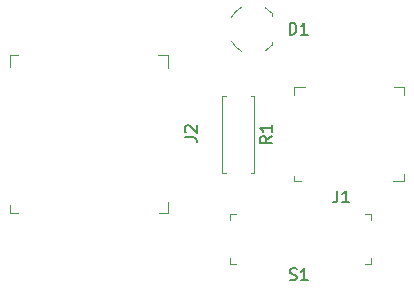
<source format=gbr>
%TF.GenerationSoftware,KiCad,Pcbnew,(5.1.9)-1*%
%TF.CreationDate,2021-04-10T11:43:18-04:00*%
%TF.ProjectId,PowerStripper,506f7765-7253-4747-9269-707065722e6b,v01*%
%TF.SameCoordinates,Original*%
%TF.FileFunction,Legend,Top*%
%TF.FilePolarity,Positive*%
%FSLAX46Y46*%
G04 Gerber Fmt 4.6, Leading zero omitted, Abs format (unit mm)*
G04 Created by KiCad (PCBNEW (5.1.9)-1) date 2021-04-10 11:43:18*
%MOMM*%
%LPD*%
G01*
G04 APERTURE LIST*
%ADD10C,0.100000*%
%ADD11C,0.120000*%
%ADD12C,0.150000*%
G04 APERTURE END LIST*
D10*
%TO.C,D1*%
X131140000Y-101680000D02*
X131140000Y-101430000D01*
X131140000Y-98980000D02*
X131140000Y-99230000D01*
X128540000Y-102180000D02*
G75*
G02*
X127690000Y-101330000I1000000J1850000D01*
G01*
X127690000Y-99330000D02*
G75*
G02*
X128540000Y-98480000I1850000J-1000000D01*
G01*
X131147285Y-101686147D02*
G75*
G02*
X130540000Y-102180000I-1607285J1356147D01*
G01*
X130535467Y-98488385D02*
G75*
G02*
X131140000Y-98980000I-995467J-1841615D01*
G01*
%TO.C,J1*%
X133025000Y-105245000D02*
X133050000Y-105245000D01*
X133025000Y-105895000D02*
X133025000Y-105245000D01*
X133900000Y-105245000D02*
X133050000Y-105245000D01*
X141425000Y-105245000D02*
X142275000Y-105245000D01*
X142275000Y-105245000D02*
X142275000Y-105870000D01*
X141350000Y-113195000D02*
X142275000Y-113195000D01*
X142275000Y-113195000D02*
X142275000Y-112570000D01*
X133600000Y-113195000D02*
X133025000Y-113195000D01*
X133025000Y-113195000D02*
X133025000Y-112720000D01*
%TO.C,J2*%
X122315000Y-115895000D02*
X121590000Y-115895000D01*
X122315000Y-114945000D02*
X122315000Y-115895000D01*
X122315000Y-102545000D02*
X121515000Y-102545000D01*
X122315000Y-103570000D02*
X122315000Y-102545000D01*
X108985000Y-115895000D02*
X108985000Y-115195000D01*
X109635000Y-115895000D02*
X108985000Y-115895000D01*
X108985000Y-102545000D02*
X109660000Y-102545000D01*
X108985000Y-103520000D02*
X108985000Y-102545000D01*
D11*
%TO.C,R1*%
X126900000Y-112490000D02*
X127230000Y-112490000D01*
X126900000Y-105950000D02*
X126900000Y-112490000D01*
X127230000Y-105950000D02*
X126900000Y-105950000D01*
X129640000Y-112490000D02*
X129310000Y-112490000D01*
X129640000Y-105950000D02*
X129640000Y-112490000D01*
X129310000Y-105950000D02*
X129640000Y-105950000D01*
D10*
%TO.C,S1*%
X127590000Y-120210000D02*
X128090000Y-120210000D01*
X127590000Y-120210000D02*
X127590000Y-119710000D01*
X139490000Y-120210000D02*
X139490000Y-119710000D01*
X139490000Y-120210000D02*
X138990000Y-120210000D01*
X139490000Y-116010000D02*
X139490000Y-116510000D01*
X139490000Y-116010000D02*
X138990000Y-116010000D01*
X127590000Y-116010000D02*
X127590000Y-116510000D01*
X127590000Y-116010000D02*
X128090000Y-116010000D01*
%TO.C,D1*%
D12*
X132611904Y-100782380D02*
X132611904Y-99782380D01*
X132850000Y-99782380D01*
X132992857Y-99830000D01*
X133088095Y-99925238D01*
X133135714Y-100020476D01*
X133183333Y-100210952D01*
X133183333Y-100353809D01*
X133135714Y-100544285D01*
X133088095Y-100639523D01*
X132992857Y-100734761D01*
X132850000Y-100782380D01*
X132611904Y-100782380D01*
X134135714Y-100782380D02*
X133564285Y-100782380D01*
X133850000Y-100782380D02*
X133850000Y-99782380D01*
X133754761Y-99925238D01*
X133659523Y-100020476D01*
X133564285Y-100068095D01*
%TO.C,J1*%
X136666666Y-113997380D02*
X136666666Y-114711666D01*
X136619047Y-114854523D01*
X136523809Y-114949761D01*
X136380952Y-114997380D01*
X136285714Y-114997380D01*
X137666666Y-114997380D02*
X137095238Y-114997380D01*
X137380952Y-114997380D02*
X137380952Y-113997380D01*
X137285714Y-114140238D01*
X137190476Y-114235476D01*
X137095238Y-114283095D01*
%TO.C,J2*%
X123757380Y-109478333D02*
X124471666Y-109478333D01*
X124614523Y-109525952D01*
X124709761Y-109621190D01*
X124757380Y-109764047D01*
X124757380Y-109859285D01*
X123852619Y-109049761D02*
X123805000Y-109002142D01*
X123757380Y-108906904D01*
X123757380Y-108668809D01*
X123805000Y-108573571D01*
X123852619Y-108525952D01*
X123947857Y-108478333D01*
X124043095Y-108478333D01*
X124185952Y-108525952D01*
X124757380Y-109097380D01*
X124757380Y-108478333D01*
%TO.C,R1*%
X131092380Y-109386666D02*
X130616190Y-109720000D01*
X131092380Y-109958095D02*
X130092380Y-109958095D01*
X130092380Y-109577142D01*
X130140000Y-109481904D01*
X130187619Y-109434285D01*
X130282857Y-109386666D01*
X130425714Y-109386666D01*
X130520952Y-109434285D01*
X130568571Y-109481904D01*
X130616190Y-109577142D01*
X130616190Y-109958095D01*
X131092380Y-108434285D02*
X131092380Y-109005714D01*
X131092380Y-108720000D02*
X130092380Y-108720000D01*
X130235238Y-108815238D01*
X130330476Y-108910476D01*
X130378095Y-109005714D01*
%TO.C,S1*%
X132638095Y-121534761D02*
X132780952Y-121582380D01*
X133019047Y-121582380D01*
X133114285Y-121534761D01*
X133161904Y-121487142D01*
X133209523Y-121391904D01*
X133209523Y-121296666D01*
X133161904Y-121201428D01*
X133114285Y-121153809D01*
X133019047Y-121106190D01*
X132828571Y-121058571D01*
X132733333Y-121010952D01*
X132685714Y-120963333D01*
X132638095Y-120868095D01*
X132638095Y-120772857D01*
X132685714Y-120677619D01*
X132733333Y-120630000D01*
X132828571Y-120582380D01*
X133066666Y-120582380D01*
X133209523Y-120630000D01*
X134161904Y-121582380D02*
X133590476Y-121582380D01*
X133876190Y-121582380D02*
X133876190Y-120582380D01*
X133780952Y-120725238D01*
X133685714Y-120820476D01*
X133590476Y-120868095D01*
%TD*%
M02*

</source>
